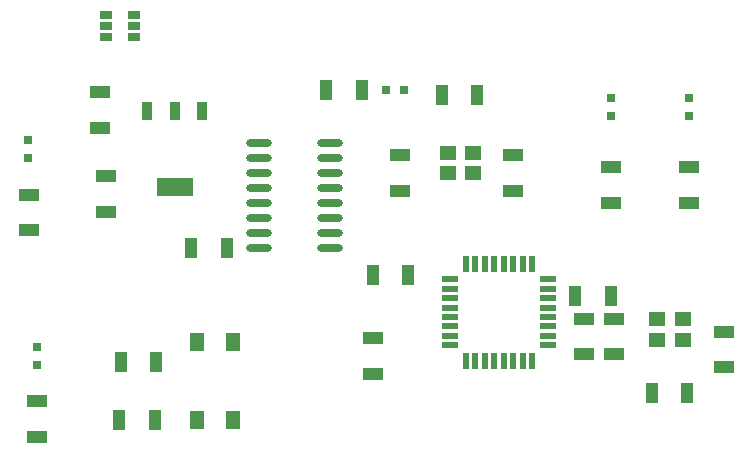
<source format=gtp>
G04*
G04 #@! TF.GenerationSoftware,Altium Limited,Altium Designer,21.6.4 (81)*
G04*
G04 Layer_Color=8421504*
%FSLAX25Y25*%
%MOIN*%
G70*
G04*
G04 #@! TF.SameCoordinates,858BF902-78F9-450F-91F8-2C9066A697E3*
G04*
G04*
G04 #@! TF.FilePolarity,Positive*
G04*
G01*
G75*
%ADD17R,0.04400X0.07100*%
%ADD18R,0.03150X0.03150*%
%ADD19R,0.07100X0.04400*%
%ADD20R,0.05511X0.04724*%
%ADD21R,0.05800X0.02000*%
%ADD22R,0.02000X0.05800*%
%ADD23O,0.08661X0.02400*%
%ADD24R,0.04724X0.05906*%
%ADD25R,0.12200X0.06300*%
%ADD26R,0.03300X0.06300*%
%ADD27R,0.03150X0.03150*%
%ADD28R,0.03937X0.02756*%
D17*
X125603Y169756D02*
D03*
X137403D02*
D03*
X56600Y59500D02*
D03*
X68400D02*
D03*
X175900Y168000D02*
D03*
X164100D02*
D03*
X245900Y68500D02*
D03*
X234100D02*
D03*
X220400Y101000D02*
D03*
X208600D02*
D03*
X141100Y108000D02*
D03*
X152900D02*
D03*
X80600Y117000D02*
D03*
X92400D02*
D03*
X68900Y79000D02*
D03*
X57100D02*
D03*
D18*
X151453Y169500D02*
D03*
X145547D02*
D03*
D19*
X221500Y93400D02*
D03*
Y81600D02*
D03*
X211500Y93400D02*
D03*
Y81600D02*
D03*
X29000Y65900D02*
D03*
Y54100D02*
D03*
X26350Y134791D02*
D03*
Y122991D02*
D03*
X141000Y86900D02*
D03*
Y75100D02*
D03*
X150000Y147900D02*
D03*
Y136100D02*
D03*
X258000Y77200D02*
D03*
Y89000D02*
D03*
X187893Y147900D02*
D03*
Y136100D02*
D03*
X50000Y168900D02*
D03*
Y157100D02*
D03*
X52000Y140900D02*
D03*
Y129100D02*
D03*
X220500Y132100D02*
D03*
Y143900D02*
D03*
X246500Y132100D02*
D03*
Y143900D02*
D03*
D20*
X174662Y148693D02*
D03*
X166000D02*
D03*
X174661Y142000D02*
D03*
X166000D02*
D03*
X235670Y86457D02*
D03*
X244331D02*
D03*
X235670Y93150D02*
D03*
X244332D02*
D03*
D21*
X199393Y84500D02*
D03*
Y87600D02*
D03*
Y90800D02*
D03*
Y93900D02*
D03*
Y97100D02*
D03*
Y100200D02*
D03*
Y103400D02*
D03*
Y106500D02*
D03*
X166993D02*
D03*
Y103400D02*
D03*
Y100200D02*
D03*
Y97100D02*
D03*
Y93900D02*
D03*
Y90800D02*
D03*
Y87600D02*
D03*
Y84500D02*
D03*
D22*
X194193Y111700D02*
D03*
X191093D02*
D03*
X187893D02*
D03*
X184793D02*
D03*
X181593D02*
D03*
X178493D02*
D03*
X175293D02*
D03*
X172193D02*
D03*
Y79300D02*
D03*
X175293D02*
D03*
X178493D02*
D03*
X181593D02*
D03*
X184793D02*
D03*
X187893D02*
D03*
X191093D02*
D03*
X194193D02*
D03*
D23*
X103300Y117000D02*
D03*
Y122000D02*
D03*
Y127000D02*
D03*
Y132000D02*
D03*
Y137000D02*
D03*
Y142000D02*
D03*
Y147000D02*
D03*
Y152000D02*
D03*
X126700D02*
D03*
Y147000D02*
D03*
Y142000D02*
D03*
Y137000D02*
D03*
Y132000D02*
D03*
Y127000D02*
D03*
Y122000D02*
D03*
Y117000D02*
D03*
D24*
X94406Y59516D02*
D03*
X82595Y85500D02*
D03*
X94406D02*
D03*
X82595Y59516D02*
D03*
D25*
X75000Y137400D02*
D03*
D26*
X84100Y162600D02*
D03*
X75000D02*
D03*
X65900D02*
D03*
D27*
X220500Y161047D02*
D03*
Y166953D02*
D03*
X246500Y161047D02*
D03*
Y166953D02*
D03*
X29000Y78000D02*
D03*
Y83906D02*
D03*
X26000Y147047D02*
D03*
Y152953D02*
D03*
D28*
X61577Y187260D02*
D03*
Y191000D02*
D03*
Y194740D02*
D03*
X52276D02*
D03*
Y191000D02*
D03*
Y187260D02*
D03*
M02*

</source>
